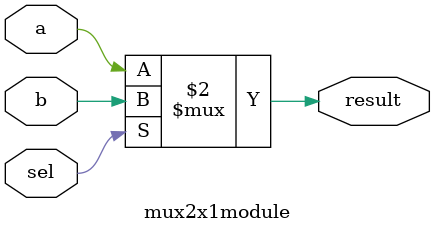
<source format=v>

module mux2x1module(result, a, b, sel);
input a,b,sel;
output result;

assign result = (sel==0 ? a : b); //Ternary Operator ? :

endmodule


/*
The 2X1 MUX Truth Table
sel      a     b
0        1     x	
1         x    1	 
*/
</source>
